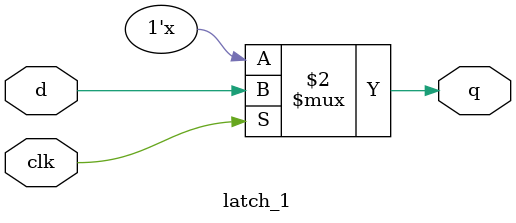
<source format=v>
`timescale 1ns / 1ps


module latch_1  
      (
        input  clk,
         input  d,
        output  reg  q  
    );
      always @(clk,d) 
        if(clk)
		  q <= d;
     endmodule

</source>
